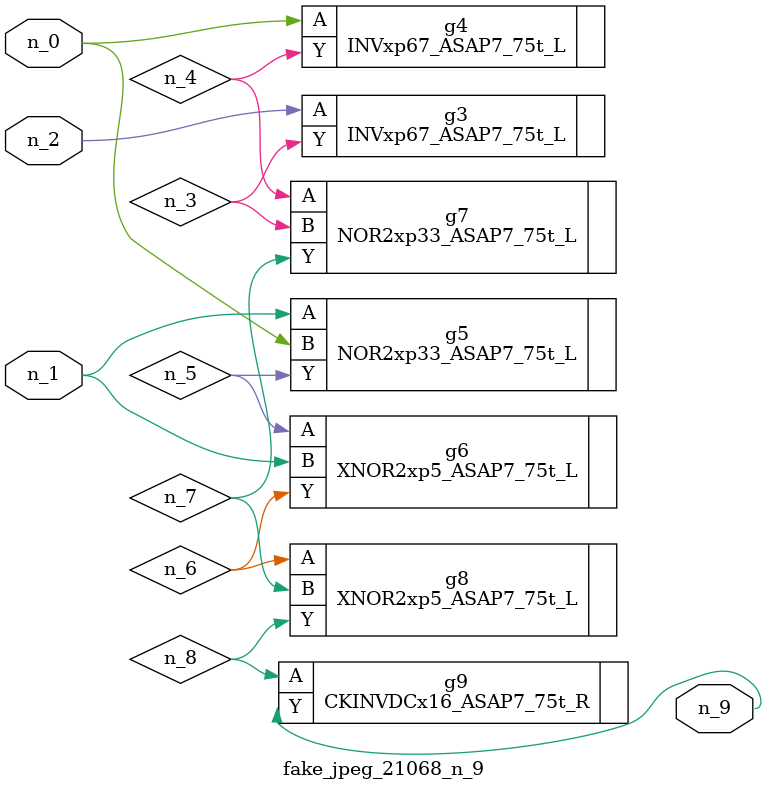
<source format=v>
module fake_jpeg_21068_n_9 (n_0, n_2, n_1, n_9);

input n_0;
input n_2;
input n_1;

output n_9;

wire n_3;
wire n_4;
wire n_8;
wire n_6;
wire n_5;
wire n_7;

INVxp67_ASAP7_75t_L g3 ( 
.A(n_2),
.Y(n_3)
);

INVxp67_ASAP7_75t_L g4 ( 
.A(n_0),
.Y(n_4)
);

NOR2xp33_ASAP7_75t_L g5 ( 
.A(n_1),
.B(n_0),
.Y(n_5)
);

XNOR2xp5_ASAP7_75t_L g6 ( 
.A(n_5),
.B(n_1),
.Y(n_6)
);

XNOR2xp5_ASAP7_75t_L g8 ( 
.A(n_6),
.B(n_7),
.Y(n_8)
);

NOR2xp33_ASAP7_75t_L g7 ( 
.A(n_4),
.B(n_3),
.Y(n_7)
);

CKINVDCx16_ASAP7_75t_R g9 ( 
.A(n_8),
.Y(n_9)
);


endmodule
</source>
